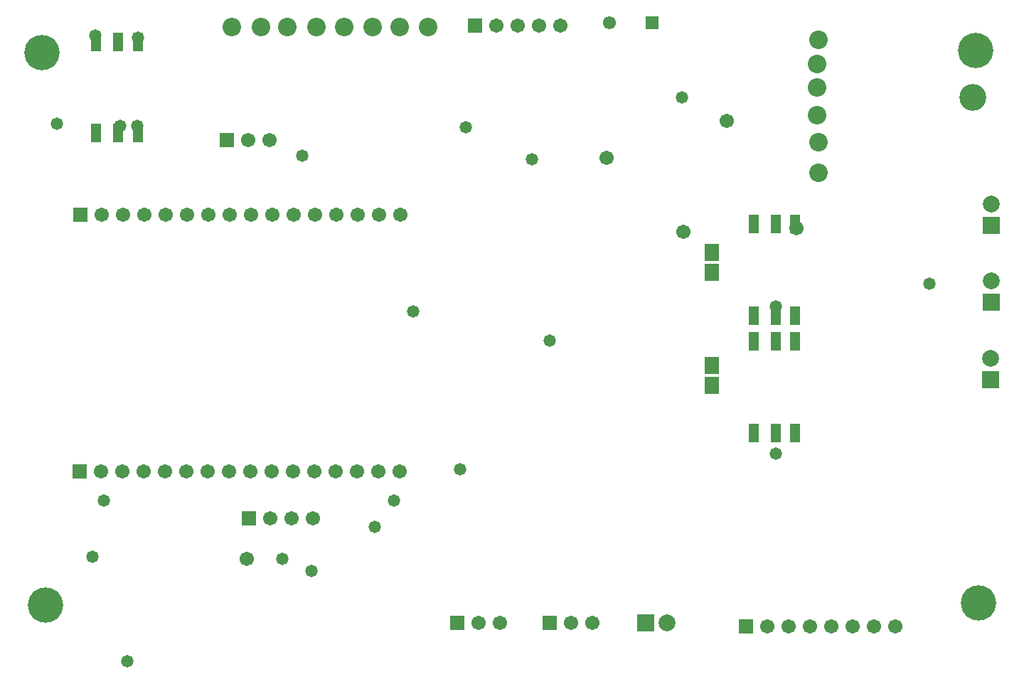
<source format=gbs>
%FSTAX23Y23*%
%MOIN*%
%SFA1B1*%

%IPPOS*%
%ADD14R,0.067055X0.078866*%
%ADD15C,0.067055*%
%ADD16R,0.067055X0.067055*%
%ADD17C,0.078866*%
%ADD18R,0.078866X0.078866*%
%ADD19R,0.061149X0.061149*%
%ADD20C,0.061149*%
%ADD21R,0.078866X0.078866*%
%ADD22C,0.086740*%
%ADD23C,0.058000*%
%ADD24C,0.126110*%
%ADD25C,0.165480*%
%ADD42R,0.048551X0.086740*%
%LNbinbot_board_ver4-1*%
%LPD*%
G54D14*
X03266Y-01163D03*
Y-01257D03*
Y-01693D03*
Y-01787D03*
G54D15*
X01806Y-00985D03*
X01706D03*
X01606D03*
X01506D03*
X01406D03*
X01306D03*
X01206D03*
X01106D03*
X01006D03*
X00906D03*
X00806D03*
X00706D03*
X00606D03*
X00506D03*
X00406D03*
X03525Y-02915D03*
X03625D03*
X03725D03*
X03825D03*
X03925D03*
X04025D03*
X04125D03*
X0109Y-00635D03*
X0119D03*
X02605Y-029D03*
X02705D03*
X0217D03*
X0227D03*
X01395Y-0241D03*
X01295D03*
X01195D03*
X02255Y-001D03*
X02355D03*
X02455D03*
X02555D03*
X01801Y-0219D03*
X01701D03*
X01601D03*
X01501D03*
X01401D03*
X01301D03*
X01201D03*
X01101D03*
X01001D03*
X00901D03*
X00801D03*
X00701D03*
X00601D03*
X00501D03*
X00401D03*
X0313Y-01065D03*
D03*
X01085Y-026D03*
X03335Y-00545D03*
X0366Y-0105D03*
X0277Y-0072D03*
G54D16*
X00306Y-00985D03*
X03425Y-02915D03*
X0099Y-00635D03*
X02505Y-029D03*
X0207D03*
X01095Y-0241D03*
X02155Y-001D03*
X00301Y-0219D03*
G54D17*
X03055Y-029D03*
X04576Y-00935D03*
Y-01295D03*
X04571Y-0166D03*
G54D18*
X02955Y-029D03*
G54D19*
X02983Y-00085D03*
G54D20*
X02786Y-00085D03*
G54D21*
X04576Y-01035D03*
Y-01395D03*
X04571Y-0176D03*
G54D22*
X018Y-00105D03*
X01015D03*
X0115D03*
X01935D03*
X0154D03*
X01675D03*
X0141D03*
X01275D03*
X03765Y-0079D03*
Y-00645D03*
X03759Y-0052D03*
Y-0039D03*
Y-0028D03*
X03764Y-00165D03*
G54D23*
X02085Y-0218D03*
X02505Y-01575D03*
X01865Y-01439D03*
X01345Y-0071D03*
X0242Y-00725D03*
X0211Y-00575D03*
X04285Y-0131D03*
X00574Y-00155D03*
X00375Y-00145D03*
X03125Y-00435D03*
X03565Y-02105D03*
X01388Y-02655D03*
X0125Y-026D03*
X00525Y-0308D03*
X00361Y-0259D03*
X00571Y-0057D03*
X0049D03*
X03563Y-01414D03*
X00195Y-0056D03*
X01776Y-02325D03*
X01685Y-0245D03*
X00416Y-02325D03*
G54D24*
X04489Y-00435D03*
G54D25*
X00125Y-00224D03*
X045Y-00214D03*
X04516Y-02805D03*
X00141Y-02815D03*
G54D42*
X00378Y-00603D03*
Y-00175D03*
X00574D03*
Y-00603D03*
X00481D03*
Y-00175D03*
X0346Y-01458D03*
X03563D03*
X03656D03*
X0346Y-0103D03*
X03563D03*
X03656D03*
Y-02008D03*
X03563D03*
X0346D03*
Y-0158D03*
X03563D03*
X03656D03*
M02*
</source>
